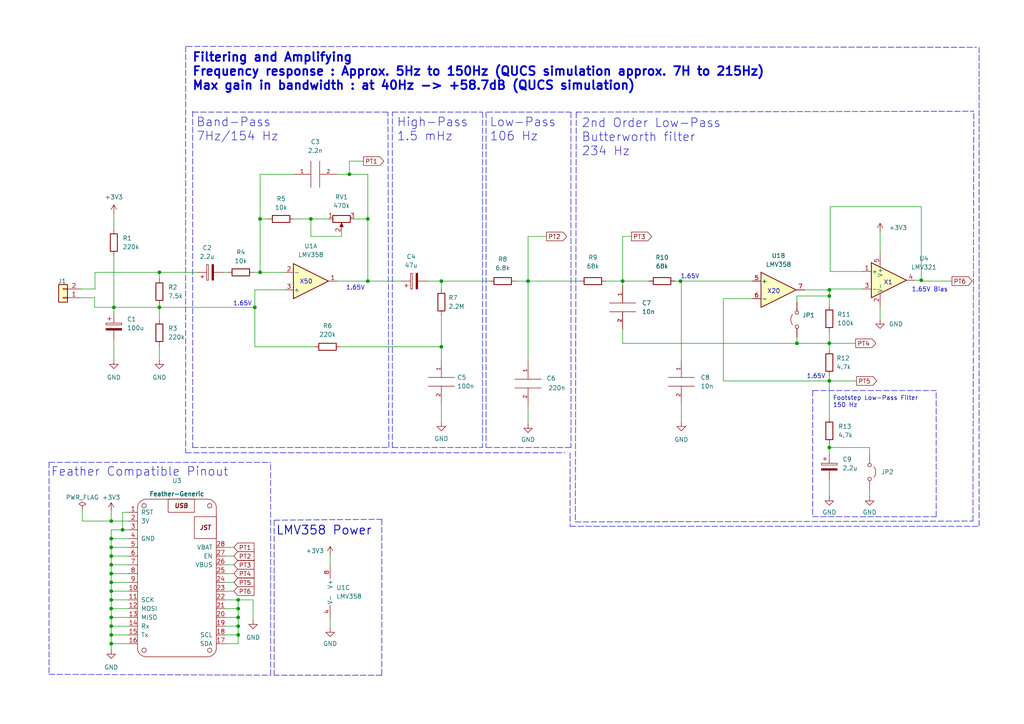
<source format=kicad_sch>
(kicad_sch (version 20231120) (generator "eeschema") (generator_version "8.0")
  (paper "A4")
  (title_block (title "Ampliflying and Filtering Board") (date "2024-09-30") (rev "V1.0") (company "CITI Lab") (comment 1 "Sastress Project") (comment 2 "Regis Rousseau"))
  (lib_symbols
    (symbol "Amplifier_Operational:LMV321" (pin_names (offset 0.127))
      (property "Reference" "U" (at 0 5.08 0))
      (property "Value" "LMV321" (at 0 -5.08 0))
      (symbol "LMV321_0_1"
        (polyline (pts (xy -5.08 5.08) (xy 5.08 0) (xy -5.08 -5.08) (xy -5.08 5.08)) (stroke (width 0.254)) (fill (type background)))
        (pin power_in line (at -2.54 -7.62 90) (length 3.81) (name "V-") (number "2"))
        (pin power_in line (at -2.54 7.62 270) (length 3.81) (name "V+") (number "5"))
      )
      (symbol "LMV321_1_1"
        (pin input line (at -7.62 2.54 0) (length 2.54) (name "+") (number "1"))
        (pin input line (at -7.62 -2.54 0) (length 2.54) (name "-") (number "3"))
        (pin output line (at 7.62 0 180) (length 2.54) (name "~") (number "4"))
      )
    )
    (symbol "Amplifier_Operational:LMV358" (pin_names (offset 0.127))
      (property "Reference" "U" (at 0 5.08 0))
      (property "Value" "LMV358" (at 0 -5.08 0))
      (symbol "LMV358_1_1"
        (polyline (pts (xy -5.08 5.08) (xy 5.08 0) (xy -5.08 -5.08) (xy -5.08 5.08)) (stroke (width 0.254)) (fill (type background)))
        (pin output line (at 7.62 0 180) (length 2.54) (name "~") (number "1"))
        (pin input line (at -7.62 -2.54 0) (length 2.54) (name "-") (number "2"))
        (pin input line (at -7.62 2.54 0) (length 2.54) (name "+") (number "3"))
      )
      (symbol "LMV358_2_1"
        (polyline (pts (xy -5.08 5.08) (xy 5.08 0) (xy -5.08 -5.08) (xy -5.08 5.08)) (stroke (width 0.254)) (fill (type background)))
        (pin input line (at -7.62 2.54 0) (length 2.54) (name "+") (number "5"))
        (pin input line (at -7.62 -2.54 0) (length 2.54) (name "-") (number "6"))
        (pin output line (at 7.62 0 180) (length 2.54) (name "~") (number "7"))
      )
      (symbol "LMV358_3_1"
        (pin power_in line (at -2.54 -7.62 90) (length 3.81) (name "V-") (number "4"))
        (pin power_in line (at -2.54 7.62 270) (length 3.81) (name "V+") (number "8"))
      )
    )
    (symbol "Connector_Generic:Conn_01x02" (pin_names (offset 1.016) hide)
      (property "Reference" "J" (at 0 2.54 0))
      (property "Value" "Conn_01x02" (at 0 -5.08 0))
      (symbol "Conn_01x02_1_1"
        (rectangle (start -1.27 -2.413) (end 0 -2.667) (stroke (width 0.1524)))
        (rectangle (start -1.27 0.127) (end 0 -0.127) (stroke (width 0.1524)))
        (rectangle (start -1.27 1.27) (end 1.27 -3.81) (stroke (width 0.254)) (fill (type background)))
        (pin passive line (at -5.08 0 0) (length 3.81) (name "Pin_1") (number "1"))
        (pin passive line (at -5.08 -2.54 0) (length 3.81) (name "Pin_2") (number "2"))
      )
    )
    (symbol "Device:C_Polarized" (pin_numbers hide) (pin_names (offset 0.254))
      (property "Reference" "C" (at 0.635 2.54 0))
      (property "Value" "C_Polarized" (at 0.635 -2.54 0))
      (symbol "C_Polarized_0_1"
        (rectangle (start -2.286 0.508) (end 2.286 1.016))
        (polyline (pts (xy -1.778 2.286) (xy -0.762 2.286)))
        (polyline (pts (xy -1.27 2.794) (xy -1.27 1.778)))
        (rectangle (start 2.286 -0.508) (end -2.286 -1.016) (fill (type outline)))
      )
      (symbol "C_Polarized_1_1"
        (pin passive line (at 0 3.81 270) (length 2.794) (name "~") (number "1"))
        (pin passive line (at 0 -3.81 90) (length 2.794) (name "~") (number "2"))
      )
    )
    (symbol "Device:R" (pin_numbers hide) (pin_names (offset 0))
      (property "Reference" "R" (at 2.032 0 90))
      (property "Value" "R" (at 0 0 90))
      (symbol "R_0_1"
        (rectangle (start -1.016 -2.54) (end 1.016 2.54) (stroke (width 0.254)))
      )
      (symbol "R_1_1"
        (pin passive line (at 0 3.81 270) (length 1.27) (name "~") (number "1"))
        (pin passive line (at 0 -3.81 90) (length 1.27) (name "~") (number "2"))
      )
    )
    (symbol "Device:R_Potentiometer" (pin_names (offset 1.016) hide)
      (property "Reference" "RV" (at -4.445 0 90))
      (property "Value" "R_Potentiometer" (at -2.54 0 90))
      (symbol "R_Potentiometer_0_1"
        (polyline (pts (xy 2.54 0) (xy 1.524 0)))
        (polyline (pts (xy 1.143 0) (xy 2.286 0.508) (xy 2.286 -0.508) (xy 1.143 0)) (fill (type outline)))
        (rectangle (start 1.016 2.54) (end -1.016 -2.54) (stroke (width 0.254)))
      )
      (symbol "R_Potentiometer_1_1"
        (pin passive line (at 0 3.81 270) (length 1.27) (name "1") (number "1"))
        (pin passive line (at 3.81 0 180) (length 1.27) (name "2") (number "2"))
        (pin passive line (at 0 -3.81 90) (length 1.27) (name "3") (number "3"))
      )
    )
    (symbol "Jumper:Jumper_2_Open" (pin_numbers hide) (pin_names (offset 0) hide) (exclude_from_sim yes)
      (property "Reference" "JP" (at 0 2.794 0))
      (property "Value" "Jumper_2_Open" (at 0 -2.286 0))
      (symbol "Jumper_2_Open_0_0"
        (circle (center -2.032 0) (radius 0.508))
        (circle (center 2.032 0) (radius 0.508))
      )
      (symbol "Jumper_2_Open_0_1"
        (arc (start 1.524 1.27) (mid 0 1.778) (end -1.524 1.27))
      )
      (symbol "Jumper_2_Open_1_1"
        (pin passive line (at -5.08 0 0) (length 2.54) (name "A") (number "1"))
        (pin passive line (at 5.08 0 180) (length 2.54) (name "B") (number "2"))
      )
    )
    (symbol "penguino:Feather-Generic" (pin_names (offset 1.016))
      (property "Reference" "U" (at 1.905 5.08 0))
      (property "Value" "Feather-Generic" (at 12.065 -43.815 0))
      (symbol "Feather-Generic_0_0"
        (text "JST" (at 19.685 -4.445 0) (effects (font (size 1.27 1.27) (bold yes) (italic yes))))
        (text "USB" (at 12.7 1.905 0) (effects (font (size 1.27 1.27) (bold yes) (italic yes))))
      )
      (symbol "Feather-Generic_0_1"
        (arc (start 0 -39.37) (mid 0.7529 -41.1497) (end 2.54 -41.91))
        (polyline (pts (xy 0 1.27) (xy 0 -39.37)))
        (polyline (pts (xy 2.54 -41.91) (xy 20.32 -41.91)))
        (polyline (pts (xy 2.54 3.81) (xy 20.32 3.81)) (fill (type background)))
        (polyline (pts (xy 22.86 -39.37) (xy 22.86 1.27)))
        (circle (center 1.905 -40.005) (radius 0.635))
        (circle (center 1.905 1.905) (radius 0.635))
        (arc (start 2.54 3.81) (mid 0.7603 3.0571) (end 0 1.27))
        (rectangle (start 8.89 3.81) (end 16.51 0))
        (arc (start 20.32 -41.91) (mid 22.1249 -41.1677) (end 22.86 -39.37))
        (circle (center 20.955 -40.005) (radius 0.635))
        (circle (center 20.955 1.905) (radius 0.635))
        (rectangle (start 22.86 -1.27) (end 16.51 -7.62))
        (arc (start 22.86 1.27) (mid 22.1177 3.0749) (end 20.32 3.81))
      )
      (symbol "Feather-Generic_1_1"
        (pin input line (at -2.54 0 0) (length 2.54) (name "RST") (number "1"))
        (pin bidirectional line (at -2.54 -22.86 0) (length 2.54) (name "~") (number "10"))
        (pin bidirectional line (at -2.54 -25.4 0) (length 2.54) (name "SCK") (number "11"))
        (pin bidirectional line (at -2.54 -27.94 0) (length 2.54) (name "MOSI") (number "12"))
        (pin bidirectional line (at -2.54 -30.48 0) (length 2.54) (name "MISO") (number "13"))
        (pin bidirectional line (at -2.54 -33.02 0) (length 2.54) (name "Rx") (number "14"))
        (pin bidirectional line (at -2.54 -35.56 0) (length 2.54) (name "Tx") (number "15"))
        (pin passive line (at -2.54 -38.1 0) (length 2.54) (name "~") (number "16"))
        (pin bidirectional line (at 25.4 -38.1 180) (length 2.54) (name "SDA") (number "17"))
        (pin bidirectional line (at 25.4 -35.56 180) (length 2.54) (name "SCL") (number "18"))
        (pin bidirectional line (at 25.4 -33.02 180) (length 2.54) (name "~") (number "19"))
        (pin passive line (at -2.54 -2.54 0) (length 2.54) (name "3V") (number "2"))
        (pin bidirectional line (at 25.4 -30.48 180) (length 2.54) (name "~") (number "20"))
        (pin bidirectional line (at 25.4 -27.94 180) (length 2.54) (name "~") (number "21"))
        (pin bidirectional line (at 25.4 -25.4 180) (length 2.54) (name "~") (number "22"))
        (pin bidirectional line (at 25.4 -22.86 180) (length 2.54) (name "~") (number "23"))
        (pin bidirectional line (at 25.4 -20.32 180) (length 2.54) (name "~") (number "24"))
        (pin bidirectional line (at 25.4 -17.78 180) (length 2.54) (name "~") (number "25"))
        (pin passive line (at 25.4 -15.24 180) (length 2.54) (name "VBUS") (number "26"))
        (pin input line (at 25.4 -12.7 180) (length 2.54) (name "EN") (number "27"))
        (pin passive line (at 25.4 -10.16 180) (length 2.54) (name "VBAT") (number "28"))
        (pin bidirectional line (at -2.54 -5.08 0) (length 2.54) (name "~") (number "3"))
        (pin passive line (at -2.54 -7.62 0) (length 2.54) (name "GND") (number "4"))
        (pin bidirectional line (at -2.54 -10.16 0) (length 2.54) (name "~") (number "5"))
        (pin bidirectional line (at -2.54 -12.7 0) (length 2.54) (name "~") (number "6"))
        (pin bidirectional line (at -2.54 -15.24 0) (length 2.54) (name "~") (number "7"))
        (pin bidirectional line (at -2.54 -17.78 0) (length 2.54) (name "~") (number "8"))
        (pin bidirectional line (at -2.54 -20.32 0) (length 2.54) (name "~") (number "9"))
      )
    )
    (symbol "power:+3V3" (power) (pin_numbers hide) (pin_names (offset 0) hide)
      (property "Value" "+3V3" (at 0 3.556 0))
      (symbol "+3V3_0_1"
        (polyline (pts (xy -0.762 1.27) (xy 0 2.54)))
        (polyline (pts (xy 0 0) (xy 0 2.54)))
        (polyline (pts (xy 0 2.54) (xy 0.762 1.27)))
      )
      (symbol "+3V3_1_1"
        (pin power_in line (at 0 0 90) (length 0) (name "~") (number "1"))
      )
    )
    (symbol "power:GND" (power) (pin_numbers hide) (pin_names (offset 0) hide)
      (property "Value" "GND" (at 0 -3.81 0))
      (symbol "GND_0_1"
        (polyline (pts (xy 0 0) (xy 0 -1.27) (xy 1.27 -1.27) (xy 0 -2.54) (xy -1.27 -1.27) (xy 0 -1.27)))
      )
      (symbol "GND_1_1"
        (pin power_in line (at 0 0 270) (length 0) (name "~") (number "1"))
      )
    )
    (symbol "power:PWR_FLAG" (power) (pin_numbers hide) (pin_names (offset 0) hide)
      (property "Value" "PWR_FLAG" (at 0 3.81 0))
      (symbol "PWR_FLAG_0_0"
        (pin power_out line (at 0 0 90) (length 0) (name "~") (number "1"))
      )
      (symbol "PWR_FLAG_0_1"
        (polyline (pts (xy 0 0) (xy 0 1.27) (xy -1.016 1.905) (xy 0 2.54) (xy 1.016 1.905) (xy 0 1.27)))
      )
    )
    (symbol "pspice:CAP" (pin_names (offset 0.254))
      (property "Reference" "C" (at 2.54 3.81 90))
      (property "Value" "CAP" (at 2.54 -3.81 90))
      (symbol "CAP_0_1"
        (polyline (pts (xy -3.81 -1.27) (xy 3.81 -1.27)))
        (polyline (pts (xy -3.81 1.27) (xy 3.81 1.27)))
      )
      (symbol "CAP_1_1"
        (pin passive line (at 0 6.35 270) (length 5.08) (name "~") (number "1"))
        (pin passive line (at 0 -6.35 90) (length 5.08) (name "~") (number "2"))
      )
    )
  )
  (junction (at 180.594 81.534))
  (junction (at 101.346 50.546))
  (junction (at 240.538 84.074))
  (junction (at 69.088 184.15))
  (junction (at 90.17 63.5))
  (junction (at 32.258 176.53))
  (junction (at 32.258 186.69))
  (junction (at 69.088 176.53))
  (junction (at 32.258 163.83))
  (junction (at 240.538 129.794))
  (junction (at 69.088 179.07))
  (junction (at 46.228 78.994))
  (junction (at 32.258 173.99))
  (junction (at 32.258 179.07))
  (junction (at 32.258 171.45))
  (junction (at 69.088 173.99))
  (junction (at 32.258 166.37))
  (junction (at 231.14 99.568))
  (junction (at 240.538 99.568))
  (junction (at 267.208 81.28))
  (junction (at 32.258 181.61))
  (junction (at 33.02 89.154))
  (junction (at 32.258 184.15))
  (junction (at 32.258 158.75))
  (junction (at 75.438 63.5))
  (junction (at 128.016 81.534))
  (junction (at 46.228 89.154))
  (junction (at 73.914 89.154))
  (junction (at 35.56 153.67))
  (junction (at 32.258 168.91))
  (junction (at 240.538 85.852))
  (junction (at 106.68 81.534))
  (junction (at 106.68 63.5))
  (junction (at 240.538 110.49))
  (junction (at 69.088 181.61))
  (junction (at 153.162 81.534))
  (junction (at 32.258 161.29))
  (junction (at 128.016 100.584))
  (junction (at 32.258 151.13))
  (junction (at 197.358 81.534))
  (junction (at 75.438 78.994))
  (junction (at 32.258 156.21))
  (polyline (pts (xy 165.608 129.794) (xy 140.97 129.794)) (stroke (width 0) (type dash)))
  (wire (pts (xy 32.258 163.83) (xy 32.258 161.29)))
  (polyline (pts (xy 141.224 32.512) (xy 165.608 32.512)) (stroke (width 0) (type dash)))
  (wire (pts (xy 252.222 131.826) (xy 252.222 129.794)))
  (polyline (pts (xy 110.744 195.834) (xy 79.502 195.834)) (stroke (width 0) (type dash)))
  (wire (pts (xy 99.06 68.58) (xy 90.17 68.58)))
  (wire (pts (xy 240.538 96.266) (xy 240.538 99.568)))
  (wire (pts (xy 180.594 95.504) (xy 180.594 99.568)))
  (wire (pts (xy 231.14 99.568) (xy 240.538 99.568)))
  (wire (pts (xy 255.27 88.9) (xy 255.27 92.71)))
  (wire (pts (xy 128.016 117.094) (xy 128.016 122.428)))
  (wire (pts (xy 75.438 78.994) (xy 82.55 78.994)))
  (wire (pts (xy 209.804 110.49) (xy 240.538 110.49)))
  (wire (pts (xy 128.016 81.534) (xy 128.016 83.82)))
  (polyline (pts (xy 235.712 113.284) (xy 235.712 149.86)) (stroke (width 0) (type dash)))
  (polyline (pts (xy 235.712 149.86) (xy 271.526 149.86)) (stroke (width 0) (type dash)))
  (polyline (pts (xy 79.502 150.876) (xy 79.502 195.834)) (stroke (width 0) (type dash)))
  (wire (pts (xy 197.612 104.394) (xy 197.612 81.28)))
  (wire (pts (xy 32.258 188.468) (xy 32.258 186.69)))
  (polyline (pts (xy 78.486 195.834) (xy 78.486 134.112)) (stroke (width 0) (type dash)))
  (wire (pts (xy 32.258 153.67) (xy 32.258 156.21)))
  (wire (pts (xy 197.358 81.28) (xy 197.358 81.534)))
  (polyline (pts (xy 113.792 129.794) (xy 139.954 129.794)) (stroke (width 0) (type dash)))
  (polyline (pts (xy 165.354 131.318) (xy 165.354 152.654)) (stroke (width 0) (type dash)))
  (wire (pts (xy 102.87 63.5) (xy 106.68 63.5)))
  (wire (pts (xy 90.17 63.5) (xy 90.17 68.58)))
  (wire (pts (xy 240.538 108.966) (xy 240.538 110.49)))
  (polyline (pts (xy 14.224 195.58) (xy 78.486 195.834)) (stroke (width 0) (type dash)))
  (polyline (pts (xy 55.88 129.794) (xy 112.776 129.794)) (stroke (width 0) (type dash)))
  (wire (pts (xy 65.278 181.61) (xy 69.088 181.61)))
  (wire (pts (xy 153.162 81.534) (xy 168.148 81.534)))
  (wire (pts (xy 69.088 173.99) (xy 65.278 173.99)))
  (wire (pts (xy 35.56 148.59) (xy 35.56 153.67)))
  (wire (pts (xy 73.914 84.074) (xy 73.914 89.154)))
  (wire (pts (xy 32.258 168.91) (xy 32.258 166.37)))
  (wire (pts (xy 64.77 78.994) (xy 66.04 78.994)))
  (wire (pts (xy 32.258 186.69) (xy 37.338 186.69)))
  (polyline (pts (xy 55.88 32.258) (xy 55.88 129.794)) (stroke (width 0) (type dash)))
  (wire (pts (xy 73.914 84.074) (xy 82.55 84.074)))
  (wire (pts (xy 46.228 78.994) (xy 57.15 78.994)))
  (wire (pts (xy 32.258 158.75) (xy 32.258 156.21)))
  (wire (pts (xy 27.432 89.154) (xy 33.02 89.154)))
  (polyline (pts (xy 113.792 32.512) (xy 139.954 32.512)) (stroke (width 0) (type dash)))
  (polyline (pts (xy 167.132 32.512) (xy 282.448 32.258)) (stroke (width 0) (type dash)))
  (wire (pts (xy 252.222 129.794) (xy 240.538 129.794)))
  (wire (pts (xy 75.438 63.5) (xy 77.724 63.5)))
  (wire (pts (xy 37.338 156.21) (xy 32.258 156.21)))
  (polyline (pts (xy 54.102 13.462) (xy 283.21 13.716)) (stroke (width 0) (type dash)))
  (wire (pts (xy 128.016 91.44) (xy 128.016 100.584)))
  (wire (pts (xy 180.594 99.568) (xy 231.14 99.568)))
  (wire (pts (xy 97.79 81.534) (xy 106.68 81.534)))
  (wire (pts (xy 98.806 100.584) (xy 128.016 100.584)))
  (wire (pts (xy 265.43 81.28) (xy 267.208 81.28)))
  (wire (pts (xy 46.228 100.33) (xy 46.228 104.394)))
  (wire (pts (xy 240.538 99.568) (xy 248.158 99.568)))
  (wire (pts (xy 153.162 68.58) (xy 153.162 81.534)))
  (wire (pts (xy 23.368 86.36) (xy 27.432 86.36)))
  (wire (pts (xy 37.338 151.13) (xy 32.258 151.13)))
  (polyline (pts (xy 283.972 13.716) (xy 283.972 152.654)) (stroke (width 0) (type dash)))
  (wire (pts (xy 32.258 176.53) (xy 32.258 173.99)))
  (polyline (pts (xy 14.224 134.112) (xy 14.224 195.58)) (stroke (width 0) (type dash)))
  (wire (pts (xy 197.358 81.534) (xy 218.186 81.534)))
  (polyline (pts (xy 282.194 151.13) (xy 282.448 32.258)) (stroke (width 0) (type dash)))
  (wire (pts (xy 73.406 179.832) (xy 73.406 173.99)))
  (wire (pts (xy 195.834 81.534) (xy 197.358 81.534)))
  (wire (pts (xy 73.914 89.154) (xy 73.914 100.584)))
  (wire (pts (xy 69.088 184.15) (xy 69.088 181.61)))
  (polyline (pts (xy 271.526 149.86) (xy 271.526 113.284)) (stroke (width 0) (type dash)))
  (wire (pts (xy 65.278 176.53) (xy 69.088 176.53)))
  (polyline (pts (xy 79.502 150.876) (xy 110.744 150.622)) (stroke (width 0) (type dash)))
  (wire (pts (xy 32.258 184.15) (xy 32.258 181.61)))
  (wire (pts (xy 65.278 158.75) (xy 67.818 158.75)))
  (wire (pts (xy 65.278 184.15) (xy 69.088 184.15)))
  (wire (pts (xy 32.258 186.69) (xy 32.258 184.15)))
  (wire (pts (xy 37.338 173.99) (xy 32.258 173.99)))
  (wire (pts (xy 233.426 84.074) (xy 240.538 84.074)))
  (wire (pts (xy 240.792 59.944) (xy 267.208 59.944)))
  (wire (pts (xy 267.208 59.944) (xy 267.208 81.28)))
  (wire (pts (xy 32.258 166.37) (xy 32.258 163.83)))
  (polyline (pts (xy 55.88 32.512) (xy 112.522 32.512)) (stroke (width 0) (type dash)))
  (wire (pts (xy 65.278 168.91) (xy 67.818 168.91)))
  (polyline (pts (xy 53.848 13.462) (xy 53.848 131.318)) (stroke (width 0) (type dash)))
  (polyline (pts (xy 235.712 113.284) (xy 271.526 113.284)) (stroke (width 0) (type dash)))
  (polyline (pts (xy 167.132 32.512) (xy 166.878 151.384)) (stroke (width 0) (type dash)))
  (polyline (pts (xy 53.848 131.318) (xy 163.83 131.318)) (stroke (width 0) (type dash)))
  (wire (pts (xy 252.222 141.986) (xy 252.222 144.018)))
  (wire (pts (xy 180.594 81.534) (xy 175.768 81.534)))
  (wire (pts (xy 75.438 63.5) (xy 75.438 78.994)))
  (wire (pts (xy 37.338 158.75) (xy 32.258 158.75)))
  (wire (pts (xy 37.338 184.15) (xy 32.258 184.15)))
  (polyline (pts (xy 110.744 150.622) (xy 110.744 195.834)) (stroke (width 0) (type dash)))
  (wire (pts (xy 240.538 139.192) (xy 240.538 144.018)))
  (wire (pts (xy 69.088 186.69) (xy 69.088 184.15)))
  (wire (pts (xy 69.088 179.07) (xy 69.088 176.53)))
  (wire (pts (xy 209.804 110.49) (xy 209.804 86.614)))
  (wire (pts (xy 33.02 61.976) (xy 33.02 66.548)))
  (polyline (pts (xy 140.97 32.512) (xy 140.97 129.794)) (stroke (width 0) (type dash)))
  (wire (pts (xy 105.41 46.736) (xy 101.346 46.736)))
  (wire (pts (xy 99.06 67.31) (xy 99.06 68.58)))
  (wire (pts (xy 123.952 81.534) (xy 128.016 81.534)))
  (wire (pts (xy 23.368 83.82) (xy 27.559 83.82)))
  (wire (pts (xy 180.594 68.58) (xy 180.594 81.534)))
  (wire (pts (xy 32.258 173.99) (xy 32.258 171.45)))
  (wire (pts (xy 37.338 181.61) (xy 32.258 181.61)))
  (wire (pts (xy 32.258 179.07) (xy 32.258 176.53)))
  (polyline (pts (xy 112.776 129.794) (xy 112.522 32.512)) (stroke (width 0) (type dash)))
  (wire (pts (xy 73.914 100.584) (xy 91.186 100.584)))
  (wire (pts (xy 180.594 81.534) (xy 188.214 81.534)))
  (wire (pts (xy 240.538 85.852) (xy 240.538 84.074)))
  (wire (pts (xy 197.612 81.28) (xy 197.358 81.28)))
  (wire (pts (xy 65.278 166.37) (xy 67.818 166.37)))
  (wire (pts (xy 97.79 50.546) (xy 101.346 50.546)))
  (wire (pts (xy 101.346 50.546) (xy 106.68 50.546)))
  (wire (pts (xy 73.66 78.994) (xy 75.438 78.994)))
  (polyline (pts (xy 165.354 152.654) (xy 283.972 152.654)) (stroke (width 0) (type dash)))
  (wire (pts (xy 75.438 50.546) (xy 75.438 63.5)))
  (wire (pts (xy 27.559 83.82) (xy 27.559 78.994)))
  (wire (pts (xy 240.538 83.82) (xy 250.19 83.82)))
  (wire (pts (xy 69.088 176.53) (xy 69.088 173.99)))
  (wire (pts (xy 46.228 89.154) (xy 73.914 89.154)))
  (wire (pts (xy 65.278 161.29) (xy 67.818 161.29)))
  (wire (pts (xy 267.208 81.534) (xy 276.098 81.534)))
  (wire (pts (xy 35.56 153.67) (xy 37.338 153.67)))
  (wire (pts (xy 33.02 89.154) (xy 46.228 89.154)))
  (wire (pts (xy 240.538 110.49) (xy 240.538 121.158)))
  (wire (pts (xy 240.538 88.646) (xy 240.538 85.852)))
  (wire (pts (xy 37.338 166.37) (xy 32.258 166.37)))
  (wire (pts (xy 255.27 67.31) (xy 255.27 73.66)))
  (wire (pts (xy 37.338 148.59) (xy 35.56 148.59)))
  (wire (pts (xy 37.338 171.45) (xy 32.258 171.45)))
  (wire (pts (xy 106.68 50.546) (xy 106.68 63.5)))
  (wire (pts (xy 37.338 163.83) (xy 32.258 163.83)))
  (wire (pts (xy 180.594 82.804) (xy 180.594 81.534)))
  (wire (pts (xy 23.876 151.13) (xy 32.258 151.13)))
  (wire (pts (xy 32.258 151.13) (xy 32.258 148.336)))
  (wire (pts (xy 37.338 179.07) (xy 32.258 179.07)))
  (wire (pts (xy 106.68 81.534) (xy 116.332 81.534)))
  (wire (pts (xy 69.088 181.61) (xy 69.088 179.07)))
  (wire (pts (xy 85.09 50.546) (xy 75.438 50.546)))
  (wire (pts (xy 65.278 179.07) (xy 69.088 179.07)))
  (wire (pts (xy 231.14 97.79) (xy 231.14 99.568)))
  (wire (pts (xy 153.162 117.602) (xy 153.162 122.936)))
  (wire (pts (xy 240.538 110.49) (xy 248.412 110.49)))
  (wire (pts (xy 32.258 153.67) (xy 35.56 153.67)))
  (wire (pts (xy 240.538 128.778) (xy 240.538 129.794)))
  (wire (pts (xy 128.016 100.584) (xy 128.016 104.394)))
  (wire (pts (xy 33.02 98.552) (xy 33.02 104.394)))
  (wire (pts (xy 267.208 81.28) (xy 267.208 81.534)))
  (wire (pts (xy 27.432 86.36) (xy 27.432 89.154)))
  (wire (pts (xy 32.258 161.29) (xy 32.258 158.75)))
  (wire (pts (xy 65.278 171.45) (xy 67.818 171.45)))
  (wire (pts (xy 240.538 83.82) (xy 240.538 84.074)))
  (wire (pts (xy 240.792 78.74) (xy 240.792 59.944)))
  (wire (pts (xy 85.344 63.5) (xy 90.17 63.5)))
  (wire (pts (xy 32.258 171.45) (xy 32.258 168.91)))
  (wire (pts (xy 27.559 78.994) (xy 46.228 78.994)))
  (wire (pts (xy 95.758 179.324) (xy 95.758 182.118)))
  (wire (pts (xy 37.338 161.29) (xy 32.258 161.29)))
  (polyline (pts (xy 165.608 32.512) (xy 165.608 129.794)) (stroke (width 0) (type dash)))
  (wire (pts (xy 65.278 186.69) (xy 69.088 186.69)))
  (polyline (pts (xy 166.878 151.384) (xy 282.194 151.13)) (stroke (width 0) (type dash)))
  (wire (pts (xy 46.228 89.154) (xy 46.228 92.71)))
  (wire (pts (xy 231.14 87.63) (xy 231.14 85.852)))
  (wire (pts (xy 153.162 81.534) (xy 153.162 104.902)))
  (polyline (pts (xy 139.954 32.512) (xy 139.954 129.794)) (stroke (width 0) (type dash)))
  (wire (pts (xy 106.68 63.5) (xy 106.68 81.534)))
  (wire (pts (xy 32.258 181.61) (xy 32.258 179.07)))
  (polyline (pts (xy 113.792 129.794) (xy 113.792 32.512)) (stroke (width 0) (type dash)))
  (wire (pts (xy 37.338 176.53) (xy 32.258 176.53)))
  (wire (pts (xy 90.17 63.5) (xy 95.25 63.5)))
  (wire (pts (xy 46.228 78.994) (xy 46.228 80.772)))
  (wire (pts (xy 197.612 117.094) (xy 197.612 122.428)))
  (wire (pts (xy 33.02 74.168) (xy 33.02 89.154)))
  (wire (pts (xy 183.134 68.58) (xy 180.594 68.58)))
  (wire (pts (xy 33.02 90.932) (xy 33.02 89.154)))
  (wire (pts (xy 240.538 99.568) (xy 240.538 101.346)))
  (wire (pts (xy 231.14 85.852) (xy 240.538 85.852)))
  (wire (pts (xy 240.538 129.794) (xy 240.538 131.572)))
  (polyline (pts (xy 14.224 134.112) (xy 78.486 134.112)) (stroke (width 0) (type dash)))
  (wire (pts (xy 101.346 46.736) (xy 101.346 50.546)))
  (wire (pts (xy 65.278 163.83) (xy 67.818 163.83)))
  (wire (pts (xy 128.016 81.534) (xy 141.986 81.534)))
  (wire (pts (xy 209.804 86.614) (xy 218.186 86.614)))
  (wire (pts (xy 149.606 81.534) (xy 153.162 81.534)))
  (wire (pts (xy 73.406 173.99) (xy 69.088 173.99)))
  (wire (pts (xy 158.496 68.58) (xy 153.162 68.58)))
  (wire (pts (xy 95.758 161.036) (xy 95.758 164.084)))
  (wire (pts (xy 46.228 88.392) (xy 46.228 89.154)))
  (wire (pts (xy 23.876 148.082) (xy 23.876 151.13)))
  (wire (pts (xy 37.338 168.91) (xy 32.258 168.91)))
  (wire (pts (xy 250.19 78.74) (xy 240.792 78.74)))
  (text "1.65V" (at 67.564 88.9 0) (effects (font (size 1.27 1.27)) (justify left bottom)))
  (text "Filtering and Amplifying\nFrequency response : Approx. 5Hz to 150Hz (QUCS simulation approx. 7H to 215Hz)\nMax gain in bandwidth : at 40Hz -> +58.7dB (QUCS simulation)" (at 55.626 26.416 0) (effects (font (size 2.54 2.54) (thickness 0.508) (bold yes)) (justify left bottom)))
  (text "1.65V Bias" (at 264.414 84.836 0) (effects (font (size 1.27 1.27)) (justify left bottom)))
  (text "1.65V" (at 100.33 84.328 0) (effects (font (size 1.27 1.27)) (justify left bottom)))
  (text "Feather Compatible Pinout" (at 14.732 138.43 0) (effects (font (size 2.54 2.54)) (justify left bottom)))
  (text "Footstep Low-Pass Filter\n150 Hz" (at 241.554 118.364 0) (effects (font (size 1.27 1.27)) (justify left bottom)))
  (text "High-Pass\n1.5 mHz" (at 115.062 41.148 0) (effects (font (size 2.54 2.54)) (justify left bottom)))
  (text "Band-Pass\n7Hz/154 Hz" (at 56.896 41.148 0) (effects (font (size 2.54 2.54)) (justify left bottom)))
  (text "Low-Pass\n106 Hz" (at 141.986 41.148 0) (effects (font (size 2.54 2.54)) (justify left bottom)))
  (text "X1" (at 256.286 82.804 0) (effects (font (size 1.27 1.27)) (justify left bottom)))
  (text "1.65V" (at 233.934 109.982 0) (effects (font (size 1.27 1.27)) (justify left bottom)))
  (text "1.65V" (at 197.358 81.026 0) (effects (font (size 1.27 1.27)) (justify left bottom)))
  (text "LMV358 Power" (at 80.01 155.448 0) (effects (font (size 2.54 2.54) (thickness 0.254) (bold yes)) (justify left bottom)))
  (text "2nd Order Low-Pass\nButterworth filter\n234 Hz" (at 168.656 45.466 0) (effects (font (size 2.54 2.54)) (justify left bottom)))
  (text "X50" (at 86.868 82.55 0) (effects (font (size 1.27 1.27)) (justify left bottom)))
  (text "X20" (at 222.504 85.344 0) (effects (font (size 1.27 1.27)) (justify left bottom)))
  (global_label "PT2" (shape output) (at 158.496 68.58 0) (property "Intersheetrefs" "${INTERSHEET_REFS}" (effects (hide yes))))
  (global_label "PT1" (shape input) (at 67.818 158.75 0) (property "Intersheetrefs" "${INTERSHEET_REFS}" (effects (hide yes))))
  (global_label "PT3" (shape output) (at 183.134 68.58 0) (property "Intersheetrefs" "${INTERSHEET_REFS}" (effects (hide yes))))
  (global_label "PT1" (shape output) (at 105.41 46.736 0) (property "Intersheetrefs" "${INTERSHEET_REFS}" (effects (hide yes))))
  (global_label "PT4" (shape input) (at 67.818 166.37 0) (property "Intersheetrefs" "${INTERSHEET_REFS}" (effects (hide yes))))
  (global_label "PT2" (shape input) (at 67.818 161.29 0) (property "Intersheetrefs" "${INTERSHEET_REFS}" (effects (hide yes))))
  (global_label "PT3" (shape input) (at 67.818 163.83 0) (property "Intersheetrefs" "${INTERSHEET_REFS}" (effects (hide yes))))
  (global_label "PT6" (shape output) (at 276.098 81.534 0) (property "Intersheetrefs" "${INTERSHEET_REFS}" (effects (hide yes))))
  (global_label "PT6" (shape input) (at 67.818 171.45 0) (property "Intersheetrefs" "${INTERSHEET_REFS}" (effects (hide yes))))
  (global_label "PT5" (shape output) (at 248.412 110.49 0) (property "Intersheetrefs" "${INTERSHEET_REFS}" (effects (hide yes))))
  (global_label "PT4" (shape output) (at 248.158 99.568 0) (property "Intersheetrefs" "${INTERSHEET_REFS}" (effects (hide yes))))
  (global_label "PT5" (shape input) (at 67.818 168.91 0) (property "Intersheetrefs" "${INTERSHEET_REFS}" (effects (hide yes))))
  (symbol (lib_id "Device:R") (at 171.958 81.534 270) (unit 1)
    (property "Reference" "R9" (at 171.958 74.676 90))
    (property "Value" "68k" (at 171.958 77.216 90))
    (property "Footprint" "Resistor_SMD:R_0603_1608Metric" (effects (hide yes)))
    (property "Description" "Resistor" (effects (hide yes)))
    (property "MPN" "RC0603FR-076K8L" (effects (hide yes)))
    (property "Manufacturer" "Yageo" (effects (hide yes)))
  )
  (symbol (lib_id "power:GND") (at 153.162 122.936 0) (unit 1)
    (property "Reference" "#PWR0108" (effects (hide yes)))
    (property "Value" "GND" (at 153.162 127.508 0))
    (property "Description" "Power symbol creates a global label with name \"GND\" , ground" (effects (hide yes)))
  )
  (symbol (lib_id "pspice:CAP") (at 128.016 110.744 0) (unit 1)
    (property "Reference" "C5" (at 132.588 109.4739 0) (effects (justify left)))
    (property "Value" "100n" (at 132.588 112.0139 0) (effects (justify left)))
    (property "Footprint" "Capacitor_SMD:C_0603_1608Metric" (effects (hide yes)))
    (property "MPN" "GRM188R72A104KA35D" (effects (hide yes)))
    (property "Manufacturer" "Murata Electronics" (effects (hide yes)))
  )
  (symbol (lib_id "pspice:CAP") (at 153.162 111.252 0) (unit 1)
    (property "Reference" "C6" (at 158.496 109.728 0) (effects (justify left)))
    (property "Value" "220n" (at 159.004 112.522 0) (effects (justify left)))
    (property "Footprint" "Capacitor_SMD:C_0603_1608Metric" (effects (hide yes)))
    (property "MPN" "GRM188R71E224KA88D" (effects (hide yes)))
    (property "Manufacturer" "Murata Electronics" (effects (hide yes)))
  )
  (symbol (lib_id "Amplifier_Operational:LMV358") (at 225.806 84.074 0) (unit 2)
    (property "Reference" "U1" (at 225.806 74.168 0))
    (property "Value" "LMV358" (at 225.806 76.708 0))
    (property "Footprint" "lmv358:M08A-M" (effects (hide yes)))
    (property "Datasheet" "http://www.ti.com/lit/ds/symlink/lmv324.pdf" (effects (hide yes)))
    (property "Description" "Dual Low-Voltage Rail-to-Rail Output Operational Amplifiers, SOIC-8/SSOP-8" (effects (hide yes)))
    (property "MPN" "LMV358IDR" (effects (hide yes)))
    (property "Manufacturer" "Texas Instument" (effects (hide yes)))
  )
  (symbol (lib_id "power:GND") (at 252.222 144.018 0) (unit 1)
    (property "Reference" "#PWR0114" (effects (hide yes)))
    (property "Value" "GND" (at 252.222 148.59 0))
    (property "Description" "Power symbol creates a global label with name \"GND\" , ground" (effects (hide yes)))
  )
  (symbol (lib_id "Device:C_Polarized") (at 240.538 135.382 0) (unit 1)
    (property "Reference" "C9" (at 244.348 133.2229 0) (effects (justify left)))
    (property "Value" "2.2u" (at 244.348 135.7629 0) (effects (justify left)))
    (property "Footprint" "Capacitor_SMD:C_0603_1608Metric" (effects (hide yes)))
    (property "Description" "Polarized capacitor" (effects (hide yes)))
    (property "MPN" "GRM188R61E106KA73J" (effects (hide yes)))
    (property "Manufacturer" "Murata Electronics" (effects (hide yes)))
  )
  (symbol (lib_id "Device:R") (at 128.016 87.63 0) (unit 1)
    (property "Reference" "R7" (at 130.048 86.3599 0) (effects (justify left)))
    (property "Value" "2.2M" (at 130.048 88.8999 0) (effects (justify left)))
    (property "Footprint" "Resistor_SMD:R_0603_1608Metric" (effects (hide yes)))
    (property "Description" "Resistor" (effects (hide yes)))
    (property "MPN" "RC0603FR-072M2L" (effects (hide yes)))
    (property "Manufacturer" "Yageo" (effects (hide yes)))
  )
  (symbol (lib_id "power:PWR_FLAG") (at 23.876 148.082 0) (unit 1)
    (property "Reference" "#FLG0101" (effects (hide yes)))
    (property "Value" "PWR_FLAG" (at 23.876 144.272 0))
    (property "Description" "Special symbol for telling ERC where power comes from" (effects (hide yes)))
  )
  (symbol (lib_id "Device:R") (at 46.228 84.582 0) (unit 1)
    (property "Reference" "R2" (at 48.768 83.3119 0) (effects (justify left)))
    (property "Value" "7.5k" (at 48.768 85.8519 0) (effects (justify left)))
    (property "Footprint" "Resistor_SMD:R_0603_1608Metric" (effects (hide yes)))
    (property "Description" "Resistor" (effects (hide yes)))
    (property "MPN" "RC0603FR-077K5L" (effects (hide yes)))
    (property "Manufacturer" "Yageo" (effects (hide yes)))
  )
  (symbol (lib_id "Device:R") (at 240.538 92.456 0) (unit 1)
    (property "Reference" "R11" (at 242.824 91.1859 0) (effects (justify left)))
    (property "Value" "100k" (at 242.824 93.7259 0) (effects (justify left)))
    (property "Footprint" "Resistor_SMD:R_0603_1608Metric" (effects (hide yes)))
    (property "Description" "Resistor" (effects (hide yes)))
    (property "MPN" "RC0603FR-07100KL" (effects (hide yes)))
    (property "Manufacturer" "Yageo" (effects (hide yes)))
  )
  (symbol (lib_id "power:GND") (at 197.612 122.428 0) (unit 1)
    (property "Reference" "#PWR0109" (effects (hide yes)))
    (property "Value" "GND" (at 197.612 127.508 0))
    (property "Description" "Power symbol creates a global label with name \"GND\" , ground" (effects (hide yes)))
  )
  (symbol (lib_id "Device:R") (at 33.02 70.358 0) (unit 1)
    (property "Reference" "R1" (at 35.56 69.0879 0) (effects (justify left)))
    (property "Value" "220k" (at 35.56 71.6279 0) (effects (justify left)))
    (property "Footprint" "Resistor_SMD:R_0603_1608Metric" (effects (hide yes)))
    (property "Description" "Resistor" (effects (hide yes)))
    (property "MPN" "RC0603FR-07220KL" (effects (hide yes)))
    (property "Manufacturer" "Yageo" (effects (hide yes)))
  )
  (symbol (lib_id "Device:R") (at 46.228 96.52 0) (unit 1)
    (property "Reference" "R3" (at 48.768 95.2499 0) (effects (justify left)))
    (property "Value" "220k" (at 48.768 97.7899 0) (effects (justify left)))
    (property "Footprint" "Resistor_SMD:R_0603_1608Metric" (effects (hide yes)))
    (property "Description" "Resistor" (effects (hide yes)))
    (property "MPN" "RC0603FR-07220KL" (effects (hide yes)))
    (property "Manufacturer" "Yageo" (effects (hide yes)))
  )
  (symbol (lib_id "power:GND") (at 32.258 188.468 0) (unit 1)
    (property "Reference" "#PWR0113" (effects (hide yes)))
    (property "Value" "GND" (at 32.258 193.548 0))
    (property "Description" "Power symbol creates a global label with name \"GND\" , ground" (effects (hide yes)))
  )
  (symbol (lib_id "power:+3V3") (at 95.758 161.036 0) (unit 1)
    (property "Reference" "#PWR0105" (effects (hide yes)))
    (property "Value" "+3V3" (at 93.98 159.7661 0) (effects (justify right)))
    (property "Description" "Power symbol creates a global label with name \"+3V3\"" (effects (hide yes)))
  )
  (symbol (lib_id "Jumper:Jumper_2_Open") (at 231.14 92.71 90) (unit 1)
    (property "Reference" "JP1" (at 232.664 91.4399 90) (effects (justify right)))
    (property "Value" "Jumper_2_Open" (effects (hide yes)))
    (property "Footprint" "Connector_PinHeader_1.27mm:PinHeader_1x02_P1.27mm_Vertical" (effects (hide yes)))
    (property "Description" "Jumper, 2-pole, open" (effects (hide yes)))
  )
  (symbol (lib_id "power:+3V3") (at 33.02 61.976 0) (unit 1)
    (property "Reference" "#PWR0101" (effects (hide yes)))
    (property "Value" "+3V3" (at 33.02 57.15 0))
    (property "Description" "Power symbol creates a global label with name \"+3V3\"" (effects (hide yes)))
  )
  (symbol (lib_id "Device:R") (at 240.538 105.156 0) (unit 1)
    (property "Reference" "R12" (at 242.57 103.8859 0) (effects (justify left)))
    (property "Value" "4.7k" (at 242.57 106.4259 0) (effects (justify left)))
    (property "Footprint" "Resistor_SMD:R_0603_1608Metric" (effects (hide yes)))
    (property "Description" "Resistor" (effects (hide yes)))
    (property "MPN" "RC0603FR-074K7L" (effects (hide yes)))
    (property "Manufacturer" "Yageo" (effects (hide yes)))
  )
  (symbol (lib_id "pspice:CAP") (at 197.612 110.744 0) (unit 1)
    (property "Reference" "C8" (at 203.2 109.4739 0) (effects (justify left)))
    (property "Value" "10n" (at 203.2 112.0139 0) (effects (justify left)))
    (property "Footprint" "Capacitor_SMD:C_0603_1608Metric" (effects (hide yes)))
    (property "MPN" "GRM1885C1H103JA01D" (effects (hide yes)))
    (property "Manufacturer" "Murata Electronics" (effects (hide yes)))
  )
  (symbol (lib_id "Device:R") (at 145.796 81.534 270) (unit 1)
    (property "Reference" "R8" (at 145.796 75.184 90))
    (property "Value" "6.8k" (at 145.796 77.724 90))
    (property "Footprint" "Resistor_SMD:R_0603_1608Metric" (effects (hide yes)))
    (property "Description" "Resistor" (effects (hide yes)))
    (property "MPN" "RC0603FR-076K8L" (effects (hide yes)))
    (property "Manufacturer" "Yageo" (effects (hide yes)))
  )
  (symbol (lib_id "power:GND") (at 46.228 104.394 0) (unit 1)
    (property "Reference" "#PWR0110" (effects (hide yes)))
    (property "Value" "GND" (at 46.228 109.474 0))
    (property "Description" "Power symbol creates a global label with name \"GND\" , ground" (effects (hide yes)))
  )
  (symbol (lib_id "Device:C_Polarized") (at 120.142 81.534 90) (unit 1)
    (property "Reference" "C4" (at 119.253 74.422 90))
    (property "Value" "47u" (at 119.253 76.962 90))
    (property "Footprint" "Capacitor_SMD:C_0603_1608Metric" (effects (hide yes)))
    (property "Description" "Polarized capacitor" (effects (hide yes)))
    (property "MPN" "GRM188R60J476ME01D" (effects (hide yes)))
    (property "Manufacturer" "Murata Electronics" (effects (hide yes)))
  )
  (symbol (lib_id "power:+3V3") (at 32.258 148.336 0) (unit 1)
    (property "Reference" "#PWR0112" (effects (hide yes)))
    (property "Value" "+3V3" (at 32.258 144.272 0))
    (property "Description" "Power symbol creates a global label with name \"+3V3\"" (effects (hide yes)))
  )
  (symbol (lib_id "Amplifier_Operational:LMV358") (at 90.17 81.534 0) (mirror x) (unit 1)
    (property "Reference" "U1" (at 90.17 71.374 0))
    (property "Value" "LMV358" (at 90.17 73.914 0))
    (property "Footprint" "lmv358:M08A-M" (effects (hide yes)))
    (property "Datasheet" "http://www.ti.com/lit/ds/symlink/lmv324.pdf" (effects (hide yes)))
    (property "Description" "Dual Low-Voltage Rail-to-Rail Output Operational Amplifiers, SOIC-8/SSOP-8" (effects (hide yes)))
    (property "MPN" "LMV358IDR" (effects (hide yes)))
    (property "Manufacturer" "Texas Instrument" (effects (hide yes)))
  )
  (symbol (lib_id "Amplifier_Operational:LMV358") (at 98.298 171.704 0) (unit 3)
    (property "Reference" "U1" (at 97.536 170.4339 0) (effects (justify left)))
    (property "Value" "LMV358" (at 97.536 172.9739 0) (effects (justify left)))
    (property "Footprint" "lmv358:M08A-M" (effects (hide yes)))
    (property "Datasheet" "http://www.ti.com/lit/ds/symlink/lmv324.pdf" (effects (hide yes)))
    (property "Description" "Dual Low-Voltage Rail-to-Rail Output Operational Amplifiers, SOIC-8/SSOP-8" (effects (hide yes)))
    (property "MPN" "LMV358IDR" (effects (hide yes)))
    (property "Manufacturer" "Texas Instrument" (effects (hide yes)))
  )
  (symbol (lib_id "power:+3V3") (at 255.27 67.31 0) (unit 1)
    (property "Reference" "#PWR0103" (effects (hide yes)))
    (property "Value" "+3V3" (at 257.81 66.0399 0) (effects (justify left)))
    (property "Description" "Power symbol creates a global label with name \"+3V3\"" (effects (hide yes)))
  )
  (symbol (lib_id "Connector_Generic:Conn_01x02") (at 18.288 86.36 180) (unit 1)
    (property "Reference" "J1" (at 18.034 81.534 0))
    (property "Value" "Conn_01x02" (effects (hide yes)))
    (property "Footprint" "Connector_JST:JST_PH_S2B-PH-SM4-TB_1x02-1MP_P2.00mm_Horizontal" (effects (hide yes)))
    (property "Description" "Generic connector, single row, 01x02, script generated (kicad-library-utils/schlib/autogen/connector/)" (effects (hide yes)))
    (property "MPN" "B2B-PH-SM4-TB(LF)(SN)" (effects (hide yes)))
    (property "Manufacturer" "JST Sales America Inc" (effects (hide yes)))
  )
  (symbol (lib_id "Device:R") (at 69.85 78.994 90) (unit 1)
    (property "Reference" "R4" (at 69.85 73.152 90))
    (property "Value" "10k" (at 69.85 75.692 90))
    (property "Footprint" "Resistor_SMD:R_0603_1608Metric" (effects (hide yes)))
    (property "Description" "Resistor" (effects (hide yes)))
    (property "MPN" "RC0603FR-0710KL" (effects (hide yes)))
    (property "Manufacturer" "Yageo" (effects (hide yes)))
  )
  (symbol (lib_id "Device:R") (at 94.996 100.584 270) (unit 1)
    (property "Reference" "R6" (at 94.996 94.488 90))
    (property "Value" "220k" (at 94.996 97.028 90))
    (property "Footprint" "Resistor_SMD:R_0603_1608Metric" (effects (hide yes)))
    (property "Description" "Resistor" (effects (hide yes)))
    (property "MPN" "RC0603FR-07220KL" (effects (hide yes)))
    (property "Manufacturer" "Yageo" (effects (hide yes)))
  )
  (symbol (lib_id "power:GND") (at 240.538 144.018 0) (unit 1)
    (property "Reference" "#PWR0102" (effects (hide yes)))
    (property "Value" "GND" (at 240.538 148.59 0))
    (property "Description" "Power symbol creates a global label with name \"GND\" , ground" (effects (hide yes)))
  )
  (symbol (lib_id "Device:R") (at 81.534 63.5 90) (unit 1)
    (property "Reference" "R5" (at 81.534 57.658 90))
    (property "Value" "10k" (at 81.534 60.198 90))
    (property "Footprint" "Resistor_SMD:R_0603_1608Metric" (effects (hide yes)))
    (property "Description" "Resistor" (effects (hide yes)))
    (property "MPN" "RC0603FR-0710KL" (effects (hide yes)))
    (property "Manufacturer" "Yageo" (effects (hide yes)))
  )
  (symbol (lib_id "Device:R") (at 240.538 124.968 0) (unit 1)
    (property "Reference" "R13" (at 243.078 123.6979 0) (effects (justify left)))
    (property "Value" "4.7k" (at 243.078 126.2379 0) (effects (justify left)))
    (property "Footprint" "Resistor_SMD:R_0603_1608Metric" (effects (hide yes)))
    (property "Description" "Resistor" (effects (hide yes)))
    (property "MPN" "RC0603FR-074K7L" (effects (hide yes)))
    (property "Manufacturer" "Yageo" (effects (hide yes)))
  )
  (symbol (lib_id "Device:C_Polarized") (at 33.02 94.742 0) (unit 1)
    (property "Reference" "C1" (at 36.83 92.5829 0) (effects (justify left)))
    (property "Value" "100u" (at 36.83 95.1229 0) (effects (justify left)))
    (property "Footprint" "Capacitor_SMD:C_1206_3216Metric" (effects (hide yes)))
    (property "Description" "Polarized capacitor" (effects (hide yes)))
    (property "MPN" "GRM31CD80J107MEA8K" (effects (hide yes)))
    (property "Manufacturer" "Murata Electronics" (effects (hide yes)))
  )
  (symbol (lib_id "power:GND") (at 95.758 182.118 0) (unit 1)
    (property "Reference" "#PWR0106" (effects (hide yes)))
    (property "Value" "GND" (at 95.758 186.69 0))
    (property "Description" "Power symbol creates a global label with name \"GND\" , ground" (effects (hide yes)))
  )
  (symbol (lib_id "power:GND") (at 128.016 122.428 0) (unit 1)
    (property "Reference" "#PWR0107" (effects (hide yes)))
    (property "Value" "GND" (at 128.016 127.254 0))
    (property "Description" "Power symbol creates a global label with name \"GND\" , ground" (effects (hide yes)))
  )
  (symbol (lib_id "pspice:CAP") (at 180.594 89.154 0) (unit 1)
    (property "Reference" "C7" (at 186.182 87.8839 0) (effects (justify left)))
    (property "Value" "10n" (at 186.182 90.4239 0) (effects (justify left)))
    (property "Footprint" "Capacitor_SMD:C_0603_1608Metric" (effects (hide yes)))
    (property "MPN" "GCM219R91H103KA37D" (effects (hide yes)))
    (property "Manufacturer" "Murata Electronics" (effects (hide yes)))
  )
  (symbol (lib_id "penguino:Feather-Generic") (at 39.878 148.59 0) (unit 1)
    (property "Reference" "U3" (at 51.308 139.446 0))
    (property "Value" "Feather-Generic" (at 51.308 143.256 0) (effects (font (bold yes))))
    (property "Footprint" "penguino:Feather-Generic-no-holes" (effects (hide yes)))
  )
  (symbol (lib_id "Jumper:Jumper_2_Open") (at 252.222 136.906 270) (mirror x) (unit 1)
    (property "Reference" "JP2" (at 255.524 136.9059 90) (effects (justify left)))
    (property "Value" "Jumper_2_Open" (effects (hide yes)))
    (property "Footprint" "Connector_PinHeader_1.27mm:PinHeader_1x02_P1.27mm_Vertical" (effects (hide yes)))
    (property "Description" "Jumper, 2-pole, open" (effects (hide yes)))
  )
  (symbol (lib_id "Amplifier_Operational:LMV321") (at 257.81 81.28 0) (unit 1)
    (property "Reference" "U4" (at 267.97 74.9614 0))
    (property "Value" "LMV321" (at 267.97 77.5014 0))
    (property "Footprint" "lmv321:DCK5" (effects (hide yes)))
    (property "Datasheet" "http://www.ti.com/lit/ds/symlink/lmv324.pdf" (effects (hide yes)))
    (property "Description" "Low-Voltage Rail-to-Rail Output Operational Amplifiers, SOT-23-5/SC-70-5" (effects (hide yes)))
  )
  (symbol (lib_id "power:GND") (at 255.27 92.71 0) (unit 1)
    (property "Reference" "#PWR0104" (effects (hide yes)))
    (property "Value" "GND" (at 257.81 93.9799 0) (effects (justify left)))
    (property "Description" "Power symbol creates a global label with name \"GND\" , ground" (effects (hide yes)))
  )
  (symbol (lib_id "power:GND") (at 33.02 104.394 0) (unit 1)
    (property "Reference" "#PWR0111" (effects (hide yes)))
    (property "Value" "GND" (at 33.02 109.474 0))
    (property "Description" "Power symbol creates a global label with name \"GND\" , ground" (effects (hide yes)))
  )
  (symbol (lib_id "power:GND") (at 73.406 179.832 0) (unit 1)
    (property "Reference" "#PWR0115" (effects (hide yes)))
    (property "Value" "GND" (at 73.406 184.912 0))
    (property "Description" "Power symbol creates a global label with name \"GND\" , ground" (effects (hide yes)))
  )
  (symbol (lib_id "Device:C_Polarized") (at 60.96 78.994 90) (unit 1)
    (property "Reference" "C2" (at 60.071 71.882 90))
    (property "Value" "2.2u" (at 60.071 74.422 90))
    (property "Footprint" "Capacitor_SMD:C_0603_1608Metric" (effects (hide yes)))
    (property "Description" "Polarized capacitor" (effects (hide yes)))
    (property "MPN" "GRM188R61E106KA73J" (effects (hide yes)))
    (property "Manufacturer" "Murata Electronics" (effects (hide yes)))
  )
  (symbol (lib_id "pspice:CAP") (at 91.44 50.546 90) (unit 1)
    (property "Reference" "C3" (at 91.44 41.148 90))
    (property "Value" "2.2n" (at 91.44 43.688 90))
    (property "Footprint" "Capacitor_SMD:C_0603_1608Metric" (effects (hide yes)))
    (property "MPN" "GRM1885C1H222FA01D" (effects (hide yes)))
    (property "Manufacturer" "Murata Electronics" (effects (hide yes)))
  )
  (symbol (lib_id "Device:R_Potentiometer") (at 99.06 63.5 90) (mirror x) (unit 1)
    (property "Reference" "RV1" (at 99.06 57.15 90))
    (property "Value" "470k" (at 99.06 59.69 90))
    (property "Footprint" "Potentiometer_THT:Potentiometer_Bourns_3386P_Vertical" (effects (hide yes)))
    (property "Description" "Potentiometer" (effects (hide yes)))
    (property "MPN" "3386P-1-474LF" (effects (hide yes)))
    (property "Manufacturer" "Bourns" (effects (hide yes)))
  )
  (symbol (lib_id "Device:R") (at 192.024 81.534 270) (unit 1)
    (property "Reference" "R10" (at 192.024 74.676 90))
    (property "Value" "68k" (at 192.024 77.216 90))
    (property "Footprint" "Resistor_SMD:R_0603_1608Metric" (effects (hide yes)))
    (property "Description" "Resistor" (effects (hide yes)))
    (property "MPN" "RC0603FR-076K8L" (effects (hide yes)))
    (property "Manufacturer" "Yageo" (effects (hide yes)))
  )
)
</source>
